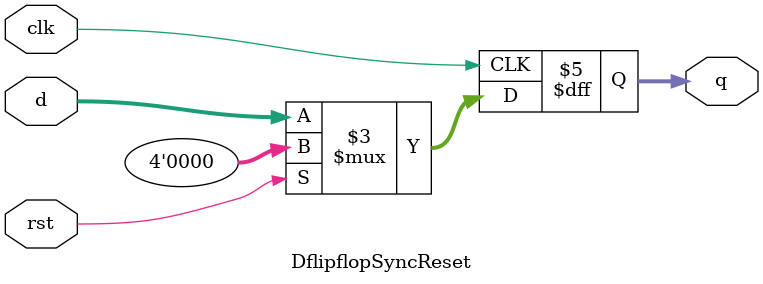
<source format=v>
module DflipflopSyncReset(
    input clk,
    input rst, // synchronous reset, just like `C/C++` bool flag
    input [3:0] d,
    output reg [3:0] q
);
    always @(posedge clk) begin
        // `if-else` just like `C/C++` if-else
        // Difference is that in Verilog, `if-else` has priority over other statements
        // So, if we have multiple `if-else` statements, the first one has the highest priority,
        // and you need to make sure that the first statement is the often selected

        // Here, we give `rst` the highest priority, causing the flip-flop to reset first when `rst` is high
        if (rst) begin
            q <= 4'b0000; // reset output to 0
        end
        else begin
            q <= d; // update output with input
        end
        // Attention:
        // Reset operation will use one clock cycle, and it will be empty immediately after reset
    end
endmodule
</source>
